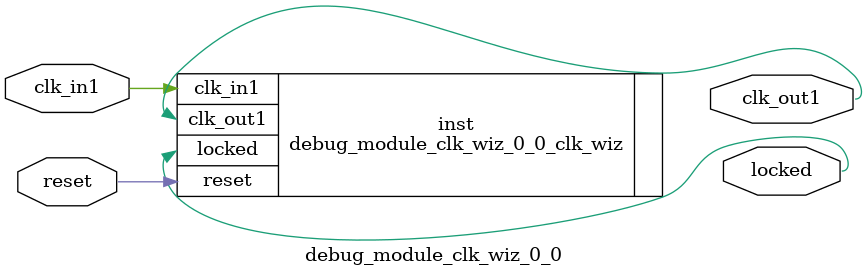
<source format=v>


`timescale 1ps/1ps

(* CORE_GENERATION_INFO = "debug_module_clk_wiz_0_0,clk_wiz_v6_0_12_0_0,{component_name=debug_module_clk_wiz_0_0,use_phase_alignment=true,use_min_o_jitter=false,use_max_i_jitter=false,use_dyn_phase_shift=false,use_inclk_switchover=false,use_dyn_reconfig=false,enable_axi=0,feedback_source=FDBK_AUTO,PRIMITIVE=PLL,num_out_clk=1,clkin1_period=8.000,clkin2_period=10.0,use_power_down=false,use_reset=true,use_locked=true,use_inclk_stopped=false,feedback_type=SINGLE,CLOCK_MGR_TYPE=NA,manual_override=false}" *)

module debug_module_clk_wiz_0_0 
 (
  // Clock out ports
  output        clk_out1,
  // Status and control signals
  input         reset,
  output        locked,
 // Clock in ports
  input         clk_in1
 );

  debug_module_clk_wiz_0_0_clk_wiz inst
  (
  // Clock out ports  
  .clk_out1(clk_out1),
  // Status and control signals               
  .reset(reset), 
  .locked(locked),
 // Clock in ports
  .clk_in1(clk_in1)
  );

endmodule

</source>
